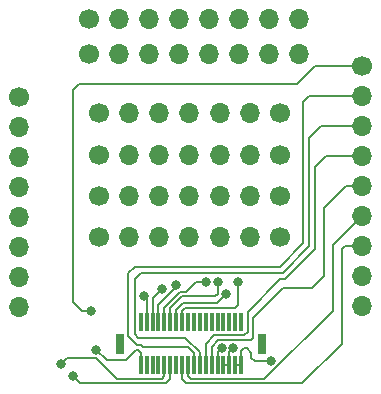
<source format=gbl>
G04 #@! TF.GenerationSoftware,KiCad,Pcbnew,(6.0.5)*
G04 #@! TF.CreationDate,2022-07-08T15:35:48+02:00*
G04 #@! TF.ProjectId,MovuinoShieldPrototyping,4d6f7675-696e-46f5-9368-69656c645072,rev?*
G04 #@! TF.SameCoordinates,Original*
G04 #@! TF.FileFunction,Copper,L2,Bot*
G04 #@! TF.FilePolarity,Positive*
%FSLAX46Y46*%
G04 Gerber Fmt 4.6, Leading zero omitted, Abs format (unit mm)*
G04 Created by KiCad (PCBNEW (6.0.5)) date 2022-07-08 15:35:48*
%MOMM*%
%LPD*%
G01*
G04 APERTURE LIST*
G04 #@! TA.AperFunction,SMDPad,CuDef*
%ADD10R,0.300000X1.600000*%
G04 #@! TD*
G04 #@! TA.AperFunction,SMDPad,CuDef*
%ADD11R,0.800000X1.800000*%
G04 #@! TD*
G04 #@! TA.AperFunction,ComponentPad*
%ADD12C,1.700000*%
G04 #@! TD*
G04 #@! TA.AperFunction,ComponentPad*
%ADD13O,1.700000X1.700000*%
G04 #@! TD*
G04 #@! TA.AperFunction,ViaPad*
%ADD14C,0.800000*%
G04 #@! TD*
G04 #@! TA.AperFunction,Conductor*
%ADD15C,0.200000*%
G04 #@! TD*
G04 APERTURE END LIST*
D10*
G04 #@! TO.P,J6,1*
G04 #@! TO.N,N/C*
X150000000Y-75950000D03*
G04 #@! TO.P,J6,2*
G04 #@! TO.N,+5V*
X150000000Y-79550000D03*
G04 #@! TO.P,J6,3*
G04 #@! TO.N,ADC1.2*
X150500000Y-75950000D03*
G04 #@! TO.P,J6,4*
G04 #@! TO.N,N/C*
X150500000Y-79550000D03*
G04 #@! TO.P,J6,5*
G04 #@! TO.N,ADC1.3*
X151000000Y-75950000D03*
G04 #@! TO.P,J6,6*
G04 #@! TO.N,N/C*
X151000000Y-79550000D03*
G04 #@! TO.P,J6,7*
G04 #@! TO.N,ADC1.6*
X151500000Y-75950000D03*
G04 #@! TO.P,J6,8*
G04 #@! TO.N,N/C*
X151500000Y-79550000D03*
G04 #@! TO.P,J6,9*
G04 #@! TO.N,ADC1.1*
X152000000Y-75950000D03*
G04 #@! TO.P,J6,10*
G04 #@! TO.N,PB*
X152000000Y-79550000D03*
G04 #@! TO.P,J6,11*
G04 #@! TO.N,ADC1.7*
X152500000Y-75950000D03*
G04 #@! TO.P,J6,12*
G04 #@! TO.N,RESET*
X152500000Y-79550000D03*
G04 #@! TO.P,J6,13*
G04 #@! TO.N,ADC1.4T*
X153000000Y-75950000D03*
G04 #@! TO.P,J6,14*
G04 #@! TO.N,N/C*
X153000000Y-79550000D03*
G04 #@! TO.P,J6,15*
G04 #@! TO.N,ADC1.5T*
X153500000Y-75950000D03*
G04 #@! TO.P,J6,16*
G04 #@! TO.N,RXD*
X153500000Y-79550000D03*
G04 #@! TO.P,J6,17*
G04 #@! TO.N,N/C*
X154000000Y-75950000D03*
G04 #@! TO.P,J6,18*
G04 #@! TO.N,TXD*
X154000000Y-79550000D03*
G04 #@! TO.P,J6,19*
G04 #@! TO.N,N/C*
X154500000Y-75950000D03*
G04 #@! TO.P,J6,20*
G04 #@! TO.N,SCK*
X154500000Y-79550000D03*
G04 #@! TO.P,J6,21*
G04 #@! TO.N,N/C*
X155000000Y-75950000D03*
G04 #@! TO.P,J6,22*
G04 #@! TO.N,MOSI*
X155000000Y-79550000D03*
G04 #@! TO.P,J6,23*
G04 #@! TO.N,N/C*
X155500000Y-75950000D03*
G04 #@! TO.P,J6,24*
G04 #@! TO.N,MISO*
X155500000Y-79550000D03*
G04 #@! TO.P,J6,25*
G04 #@! TO.N,N/C*
X156000000Y-75950000D03*
G04 #@! TO.P,J6,26*
G04 #@! TO.N,SDA*
X156000000Y-79550000D03*
G04 #@! TO.P,J6,27*
G04 #@! TO.N,N/C*
X156500000Y-75950000D03*
G04 #@! TO.P,J6,28*
G04 #@! TO.N,SCL*
X156500000Y-79550000D03*
G04 #@! TO.P,J6,29*
G04 #@! TO.N,N/C*
X157000000Y-75950000D03*
G04 #@! TO.P,J6,30*
G04 #@! TO.N,+3V3*
X157000000Y-79550000D03*
G04 #@! TO.P,J6,31*
G04 #@! TO.N,N/C*
X157500000Y-75950000D03*
G04 #@! TO.P,J6,32*
G04 #@! TO.N,+3V3*
X157500000Y-79550000D03*
G04 #@! TO.P,J6,33*
G04 #@! TO.N,N/C*
X158000000Y-75950000D03*
G04 #@! TO.P,J6,34*
G04 #@! TO.N,GND*
X158000000Y-79550000D03*
G04 #@! TO.P,J6,35*
G04 #@! TO.N,N/C*
X158500000Y-75950000D03*
G04 #@! TO.P,J6,36*
G04 #@! TO.N,GND*
X158500000Y-79550000D03*
D11*
G04 #@! TO.P,J6,MP1*
G04 #@! TO.N,N/C*
X148250000Y-77750000D03*
G04 #@! TO.P,J6,MP2*
X160250000Y-77750000D03*
G04 #@! TD*
D12*
G04 #@! TO.P,REF\u002A\u002A,1*
G04 #@! TO.N,N/C*
X161775000Y-65250000D03*
D13*
G04 #@! TO.P,REF\u002A\u002A,2*
X159235000Y-65250000D03*
G04 #@! TO.P,REF\u002A\u002A,3*
X156695000Y-65250000D03*
G04 #@! TD*
D12*
G04 #@! TO.P,7,1*
G04 #@! TO.N,ADC1.5T*
X139700000Y-56825000D03*
D13*
G04 #@! TO.P,7,2*
G04 #@! TO.N,ADC1.4T*
X139700000Y-59365000D03*
G04 #@! TO.P,7,3*
G04 #@! TO.N,ADC1.7*
X139700000Y-61905000D03*
G04 #@! TO.P,7,4*
G04 #@! TO.N,ADC1.1*
X139700000Y-64445000D03*
G04 #@! TO.P,7,5*
G04 #@! TO.N,ADC1.6*
X139700000Y-66985000D03*
G04 #@! TO.P,7,6*
G04 #@! TO.N,ADC1.3*
X139700000Y-69525000D03*
G04 #@! TO.P,7,7*
G04 #@! TO.N,ADC1.2*
X139700000Y-72065000D03*
G04 #@! TO.P,7,8*
G04 #@! TO.N,+5V*
X139700000Y-74605000D03*
G04 #@! TD*
D12*
G04 #@! TO.P,REF\u002A\u002A,1*
G04 #@! TO.N,N/C*
X146475000Y-68750000D03*
D13*
G04 #@! TO.P,REF\u002A\u002A,2*
X149015000Y-68750000D03*
G04 #@! TO.P,REF\u002A\u002A,3*
X151555000Y-68750000D03*
G04 #@! TO.P,REF\u002A\u002A,4*
X154095000Y-68750000D03*
G04 #@! TD*
D12*
G04 #@! TO.P,REF\u002A\u002A,1*
G04 #@! TO.N,N/C*
X146475000Y-61750000D03*
D13*
G04 #@! TO.P,REF\u002A\u002A,2*
X149015000Y-61750000D03*
G04 #@! TO.P,REF\u002A\u002A,3*
X151555000Y-61750000D03*
G04 #@! TO.P,REF\u002A\u002A,4*
X154095000Y-61750000D03*
G04 #@! TD*
D12*
G04 #@! TO.P,REF\u002A\u002A,1*
G04 #@! TO.N,N/C*
X161750000Y-58250000D03*
D13*
G04 #@! TO.P,REF\u002A\u002A,2*
X159210000Y-58250000D03*
G04 #@! TO.P,REF\u002A\u002A,3*
X156670000Y-58250000D03*
G04 #@! TD*
D12*
G04 #@! TO.P,REF\u002A\u002A,1*
G04 #@! TO.N,SCL*
X168750000Y-54250000D03*
D13*
G04 #@! TO.P,REF\u002A\u002A,2*
G04 #@! TO.N,SCK*
X168750000Y-56790000D03*
G04 #@! TO.P,REF\u002A\u002A,3*
G04 #@! TO.N,MOSI*
X168750000Y-59330000D03*
G04 #@! TO.P,REF\u002A\u002A,4*
G04 #@! TO.N,MISO*
X168750000Y-61870000D03*
G04 #@! TO.P,REF\u002A\u002A,5*
G04 #@! TO.N,SDA*
X168750000Y-64410000D03*
G04 #@! TO.P,REF\u002A\u002A,6*
G04 #@! TO.N,TXD*
X168750000Y-66950000D03*
G04 #@! TO.P,REF\u002A\u002A,7*
G04 #@! TO.N,RXD*
X168750000Y-69490000D03*
G04 #@! TO.P,REF\u002A\u002A,8*
G04 #@! TO.N,PB*
X168750000Y-72030000D03*
G04 #@! TO.P,REF\u002A\u002A,9*
G04 #@! TO.N,RESET*
X168750000Y-74570000D03*
G04 #@! TD*
D12*
G04 #@! TO.P,REF\u002A\u002A,1*
G04 #@! TO.N,N/C*
X161775000Y-68750000D03*
D13*
G04 #@! TO.P,REF\u002A\u002A,2*
X159235000Y-68750000D03*
G04 #@! TO.P,REF\u002A\u002A,3*
X156695000Y-68750000D03*
G04 #@! TD*
D12*
G04 #@! TO.P,REF\u002A\u002A,1*
G04 #@! TO.N,N/C*
X161775000Y-61750000D03*
D13*
G04 #@! TO.P,REF\u002A\u002A,2*
X159235000Y-61750000D03*
G04 #@! TO.P,REF\u002A\u002A,3*
X156695000Y-61750000D03*
G04 #@! TD*
D12*
G04 #@! TO.P,REF\u002A\u002A,1*
G04 #@! TO.N,+3V3*
X145625000Y-53250000D03*
D13*
G04 #@! TO.P,REF\u002A\u002A,2*
X148165000Y-53250000D03*
G04 #@! TO.P,REF\u002A\u002A,3*
X150705000Y-53250000D03*
G04 #@! TO.P,REF\u002A\u002A,4*
X153245000Y-53250000D03*
G04 #@! TO.P,REF\u002A\u002A,5*
X155785000Y-53250000D03*
G04 #@! TO.P,REF\u002A\u002A,6*
X158325000Y-53250000D03*
G04 #@! TO.P,REF\u002A\u002A,7*
X160865000Y-53250000D03*
G04 #@! TO.P,REF\u002A\u002A,8*
X163405000Y-53250000D03*
G04 #@! TD*
D12*
G04 #@! TO.P,REF\u002A\u002A,1*
G04 #@! TO.N,GND*
X145625000Y-50250000D03*
D13*
G04 #@! TO.P,REF\u002A\u002A,2*
X148165000Y-50250000D03*
G04 #@! TO.P,REF\u002A\u002A,3*
X150705000Y-50250000D03*
G04 #@! TO.P,REF\u002A\u002A,4*
X153245000Y-50250000D03*
G04 #@! TO.P,REF\u002A\u002A,5*
X155785000Y-50250000D03*
G04 #@! TO.P,REF\u002A\u002A,6*
X158325000Y-50250000D03*
G04 #@! TO.P,REF\u002A\u002A,7*
X160865000Y-50250000D03*
G04 #@! TO.P,REF\u002A\u002A,8*
X163405000Y-50250000D03*
G04 #@! TD*
D12*
G04 #@! TO.P,REF\u002A\u002A,1*
G04 #@! TO.N,N/C*
X146450000Y-58250000D03*
D13*
G04 #@! TO.P,REF\u002A\u002A,2*
X148990000Y-58250000D03*
G04 #@! TO.P,REF\u002A\u002A,3*
X151530000Y-58250000D03*
G04 #@! TO.P,REF\u002A\u002A,4*
X154070000Y-58250000D03*
G04 #@! TD*
D12*
G04 #@! TO.P,REF\u002A\u002A,1*
G04 #@! TO.N,N/C*
X146475000Y-65250000D03*
D13*
G04 #@! TO.P,REF\u002A\u002A,2*
X149015000Y-65250000D03*
G04 #@! TO.P,REF\u002A\u002A,3*
X151555000Y-65250000D03*
G04 #@! TO.P,REF\u002A\u002A,4*
X154095000Y-65250000D03*
G04 #@! TD*
D14*
G04 #@! TO.N,GND*
X161000000Y-79250000D03*
G04 #@! TO.N,SCL*
X145750000Y-75000000D03*
X156872697Y-78104620D03*
G04 #@! TO.N,ADC1.2*
X150300000Y-73700000D03*
G04 #@! TO.N,ADC1.3*
X151800000Y-73100000D03*
G04 #@! TO.N,ADC1.6*
X153000000Y-72750000D03*
G04 #@! TO.N,PB*
X143250000Y-79500000D03*
G04 #@! TO.N,ADC1.1*
X155500000Y-72500000D03*
G04 #@! TO.N,RESET*
X144250000Y-80500000D03*
G04 #@! TO.N,ADC1.7*
X156500000Y-72500000D03*
G04 #@! TO.N,ADC1.4T*
X157250000Y-73500000D03*
G04 #@! TO.N,ADC1.5T*
X158250000Y-72500000D03*
G04 #@! TO.N,+5V*
X146250000Y-78250000D03*
G04 #@! TO.N,+3V3*
X157850000Y-78104620D03*
G04 #@! TD*
D15*
G04 #@! TO.N,ADC1.4T*
X153000000Y-74900000D02*
X153000000Y-75950000D01*
X153600000Y-74300000D02*
X153000000Y-74900000D01*
X156450000Y-74300000D02*
X153600000Y-74300000D01*
X157250000Y-73500000D02*
X156450000Y-74300000D01*
G04 #@! TO.N,ADC1.1*
X154700000Y-72500000D02*
X155500000Y-72500000D01*
X153343709Y-73372680D02*
X153827320Y-73372680D01*
X153827320Y-73372680D02*
X154700000Y-72500000D01*
X152000000Y-74716389D02*
X153343709Y-73372680D01*
X152000000Y-75950000D02*
X152000000Y-74716389D01*
G04 #@! TO.N,ADC1.6*
X151500000Y-74450000D02*
X153000000Y-72950000D01*
X151500000Y-75950000D02*
X151500000Y-74450000D01*
X153000000Y-72950000D02*
X153000000Y-72750000D01*
G04 #@! TO.N,MOSI*
X155000000Y-78466388D02*
X155000000Y-79550000D01*
X153783612Y-77250000D02*
X155000000Y-78466388D01*
X149783612Y-77250000D02*
X153783612Y-77250000D01*
X149500000Y-72250000D02*
X149500000Y-76966388D01*
X162000000Y-71750000D02*
X150000000Y-71750000D01*
X164250000Y-69500000D02*
X162000000Y-71750000D01*
X150000000Y-71750000D02*
X149500000Y-72250000D01*
X149500000Y-76966388D02*
X149783612Y-77250000D01*
X164250000Y-60325000D02*
X164250000Y-69500000D01*
X165285000Y-59290000D02*
X164250000Y-60325000D01*
X168750000Y-59290000D02*
X165285000Y-59290000D01*
G04 #@! TO.N,SCK*
X164250000Y-56750000D02*
X168750000Y-56750000D01*
X163750000Y-57250000D02*
X164250000Y-56750000D01*
X163750000Y-69250000D02*
X163750000Y-57250000D01*
X161750000Y-71250000D02*
X163750000Y-69250000D01*
X149500000Y-71250000D02*
X161750000Y-71250000D01*
X148950000Y-71800000D02*
X149500000Y-71250000D01*
X148950000Y-77100000D02*
X148950000Y-71800000D01*
X149700000Y-77850000D02*
X148950000Y-77100000D01*
X150150000Y-78000000D02*
X150000000Y-77850000D01*
X150000000Y-77850000D02*
X149700000Y-77850000D01*
X154500000Y-78500000D02*
X154000000Y-78000000D01*
X154000000Y-78000000D02*
X150150000Y-78000000D01*
X154500000Y-79550000D02*
X154500000Y-78500000D01*
G04 #@! TO.N,+5V*
X147150000Y-79150000D02*
X146250000Y-78250000D01*
X148750000Y-79150000D02*
X147150000Y-79150000D01*
X149600000Y-78300000D02*
X148750000Y-79150000D01*
X150000000Y-79550000D02*
X150000000Y-78500000D01*
X150000000Y-78500000D02*
X149800000Y-78300000D01*
X149800000Y-78300000D02*
X149600000Y-78300000D01*
G04 #@! TO.N,SCL*
X156500000Y-78477317D02*
X156500000Y-79550000D01*
X156872697Y-78104620D02*
X156500000Y-78477317D01*
G04 #@! TO.N,+3V3*
X157500000Y-78454620D02*
X157500000Y-79550000D01*
X157850000Y-78104620D02*
X157500000Y-78454620D01*
G04 #@! TO.N,SDA*
X167380000Y-64370000D02*
X168750000Y-64370000D01*
X165500000Y-66250000D02*
X167380000Y-64370000D01*
X165500000Y-72000000D02*
X165500000Y-66250000D01*
X159500000Y-75550000D02*
X162050000Y-73000000D01*
X159500000Y-77250000D02*
X159500000Y-75550000D01*
X162050000Y-73000000D02*
X164500000Y-73000000D01*
X164500000Y-73000000D02*
X165500000Y-72000000D01*
X156572680Y-77427320D02*
X159322680Y-77427320D01*
X156000000Y-78000000D02*
X156572680Y-77427320D01*
X156000000Y-79550000D02*
X156000000Y-78000000D01*
X159322680Y-77427320D02*
X159500000Y-77250000D01*
G04 #@! TO.N,PB*
X152000000Y-80500000D02*
X152000000Y-79550000D01*
X147983160Y-80733160D02*
X151766840Y-80733160D01*
X146250000Y-79000000D02*
X147983160Y-80733160D01*
X143750000Y-79000000D02*
X146250000Y-79000000D01*
X143250000Y-79500000D02*
X143750000Y-79000000D01*
X151766840Y-80733160D02*
X152000000Y-80500000D01*
G04 #@! TO.N,TXD*
X166250000Y-74957863D02*
X166250000Y-69410000D01*
X154233160Y-80733160D02*
X160474703Y-80733160D01*
X154000000Y-80500000D02*
X154233160Y-80733160D01*
X154000000Y-79550000D02*
X154000000Y-80500000D01*
X160474703Y-80733160D02*
X166250000Y-74957863D01*
X166250000Y-69410000D02*
X168750000Y-66910000D01*
G04 #@! TO.N,GND*
X159000000Y-78150000D02*
X159350000Y-78500000D01*
X158750000Y-78150000D02*
X159000000Y-78150000D01*
X159350000Y-78950000D02*
X159650000Y-79250000D01*
X159650000Y-79250000D02*
X161000000Y-79250000D01*
X158500000Y-78400000D02*
X158750000Y-78150000D01*
X158500000Y-79550000D02*
X158500000Y-78400000D01*
X159350000Y-78500000D02*
X159350000Y-78950000D01*
G04 #@! TO.N,MISO*
X165670000Y-61830000D02*
X168750000Y-61830000D01*
X164750000Y-62750000D02*
X165670000Y-61830000D01*
X164750000Y-69750000D02*
X164750000Y-62750000D01*
X159050000Y-75026414D02*
X161826414Y-72250000D01*
X159050000Y-76750000D02*
X159050000Y-75026414D01*
X158750000Y-77050000D02*
X159050000Y-76750000D01*
X162250000Y-72250000D02*
X164750000Y-69750000D01*
X156200000Y-77050000D02*
X158750000Y-77050000D01*
X161826414Y-72250000D02*
X162250000Y-72250000D01*
X155500000Y-77750000D02*
X156200000Y-77050000D01*
X155500000Y-79550000D02*
X155500000Y-77750000D01*
G04 #@! TO.N,GND*
X158000000Y-79550000D02*
X158500000Y-79550000D01*
G04 #@! TO.N,SCL*
X164750000Y-54250000D02*
X168750000Y-54250000D01*
X145750000Y-75000000D02*
X145000000Y-75000000D01*
X145000000Y-75000000D02*
X144250000Y-74250000D01*
X163250000Y-55750000D02*
X164750000Y-54250000D01*
X144250000Y-56250000D02*
X144750000Y-55750000D01*
X144250000Y-74250000D02*
X144250000Y-56250000D01*
X144750000Y-55750000D02*
X163250000Y-55750000D01*
G04 #@! TO.N,ADC1.2*
X150300000Y-73700000D02*
X150500000Y-73900000D01*
X150500000Y-73900000D02*
X150500000Y-75950000D01*
G04 #@! TO.N,ADC1.3*
X151000000Y-73900000D02*
X151000000Y-75950000D01*
X151800000Y-73100000D02*
X151000000Y-73900000D01*
G04 #@! TO.N,RESET*
X152139520Y-81110480D02*
X152500000Y-80750000D01*
X144860480Y-81110480D02*
X152139520Y-81110480D01*
X152500000Y-80750000D02*
X152500000Y-79550000D01*
X144250000Y-80500000D02*
X144860480Y-81110480D01*
G04 #@! TO.N,ADC1.7*
X152500000Y-75950000D02*
X152500000Y-74750000D01*
X152500000Y-74750000D02*
X153500000Y-73750000D01*
X156500000Y-73500000D02*
X156500000Y-72500000D01*
X156250000Y-73750000D02*
X156500000Y-73500000D01*
X153500000Y-73750000D02*
X156250000Y-73750000D01*
G04 #@! TO.N,ADC1.5T*
X153500000Y-75000000D02*
X153750000Y-74750000D01*
X158000000Y-74750000D02*
X158250000Y-74500000D01*
X153500000Y-75950000D02*
X153500000Y-75000000D01*
X153750000Y-74750000D02*
X158000000Y-74750000D01*
X158250000Y-74500000D02*
X158250000Y-72500000D01*
G04 #@! TO.N,RXD*
X163639520Y-81110480D02*
X167000000Y-77750000D01*
X153500000Y-79550000D02*
X153500000Y-80750000D01*
X167300000Y-69450000D02*
X168750000Y-69450000D01*
X153500000Y-80750000D02*
X153860480Y-81110480D01*
X167000000Y-69750000D02*
X167300000Y-69450000D01*
X167000000Y-77750000D02*
X167000000Y-69750000D01*
X153860480Y-81110480D02*
X163639520Y-81110480D01*
G04 #@! TO.N,+3V3*
X157000000Y-79550000D02*
X157500000Y-79550000D01*
G04 #@! TD*
M02*

</source>
